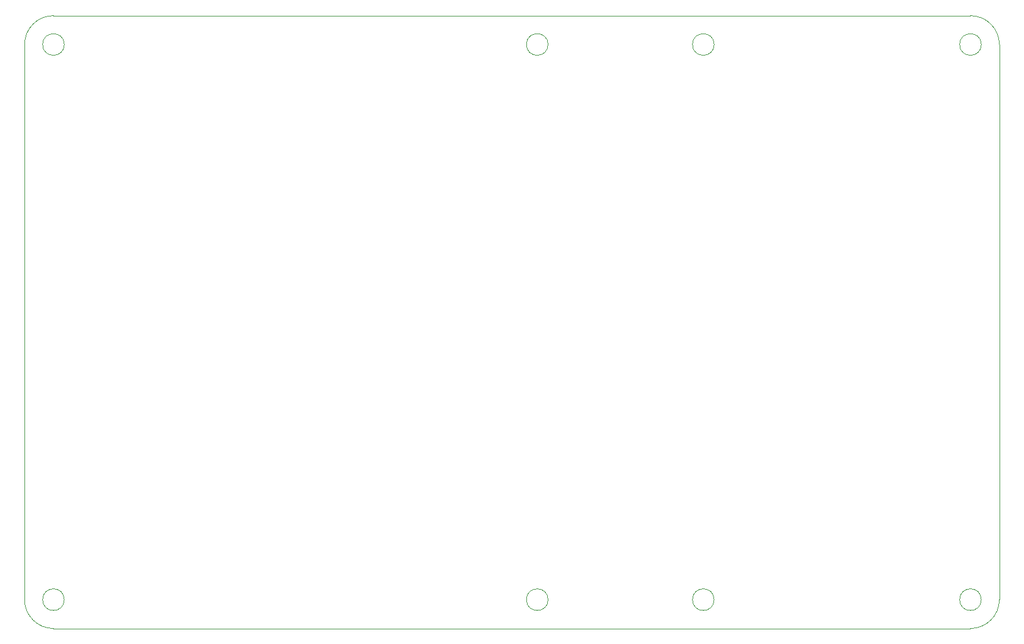
<source format=gbr>
%TF.GenerationSoftware,KiCad,Pcbnew,5.1.10-88a1d61d58~88~ubuntu20.04.1*%
%TF.CreationDate,2021-07-12T11:52:02+08:00*%
%TF.ProjectId,TestAutomation,54657374-4175-4746-9f6d-6174696f6e2e,rev?*%
%TF.SameCoordinates,Original*%
%TF.FileFunction,Profile,NP*%
%FSLAX46Y46*%
G04 Gerber Fmt 4.6, Leading zero omitted, Abs format (unit mm)*
G04 Created by KiCad (PCBNEW 5.1.10-88a1d61d58~88~ubuntu20.04.1) date 2021-07-12 11:52:02*
%MOMM*%
%LPD*%
G01*
G04 APERTURE LIST*
%TA.AperFunction,Profile*%
%ADD10C,0.050000*%
%TD*%
G04 APERTURE END LIST*
D10*
X151500000Y-57000000D02*
G75*
G03*
X151500000Y-57000000I-1500000J0D01*
G01*
X151500000Y-134000000D02*
G75*
G03*
X151500000Y-134000000I-1500000J0D01*
G01*
X174500000Y-57000000D02*
G75*
G03*
X174500000Y-57000000I-1500000J0D01*
G01*
X174500000Y-134000000D02*
G75*
G03*
X174500000Y-134000000I-1500000J0D01*
G01*
X84500000Y-57000000D02*
G75*
G03*
X84500000Y-57000000I-1500000J0D01*
G01*
X84500000Y-134000000D02*
G75*
G03*
X84500000Y-134000000I-1500000J0D01*
G01*
X211500000Y-134000000D02*
G75*
G03*
X211500000Y-134000000I-1500000J0D01*
G01*
X211500000Y-57000000D02*
G75*
G03*
X211500000Y-57000000I-1500000J0D01*
G01*
X214000000Y-134000000D02*
X214000000Y-133000000D01*
X210000000Y-138000000D02*
X209000000Y-138000000D01*
X83000000Y-138000000D02*
X84000000Y-138000000D01*
X79000000Y-133000000D02*
X79000000Y-134000000D01*
X79000000Y-57000000D02*
X79000000Y-58000000D01*
X84000000Y-53000000D02*
X83000000Y-53000000D01*
X210000000Y-53000000D02*
X209000000Y-53000000D01*
X214000000Y-57000000D02*
X214000000Y-58000000D01*
X210000000Y-53000000D02*
G75*
G02*
X214000000Y-57000000I0J-4000000D01*
G01*
X79000000Y-57000000D02*
G75*
G02*
X83000000Y-53000000I4000000J0D01*
G01*
X214000000Y-134000000D02*
G75*
G02*
X210000000Y-138000000I-4000000J0D01*
G01*
X83000000Y-138000000D02*
G75*
G02*
X79000000Y-134000000I0J4000000D01*
G01*
X214000000Y-58000000D02*
X214000000Y-133000000D01*
X79000000Y-58000000D02*
X79000000Y-133000000D01*
X209000000Y-138000000D02*
X84000000Y-138000000D01*
X84000000Y-53000000D02*
X209000000Y-53000000D01*
M02*

</source>
